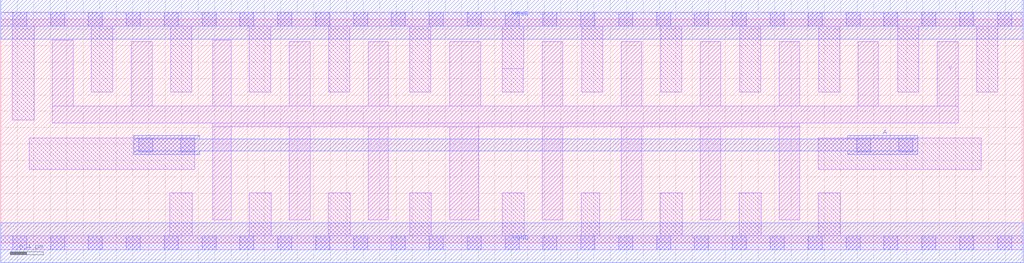
<source format=lef>
# Copyright 2020 The SkyWater PDK Authors
#
# Licensed under the Apache License, Version 2.0 (the "License");
# you may not use this file except in compliance with the License.
# You may obtain a copy of the License at
#
#     https://www.apache.org/licenses/LICENSE-2.0
#
# Unless required by applicable law or agreed to in writing, software
# distributed under the License is distributed on an "AS IS" BASIS,
# WITHOUT WARRANTIES OR CONDITIONS OF ANY KIND, either express or implied.
# See the License for the specific language governing permissions and
# limitations under the License.
#
# SPDX-License-Identifier: Apache-2.0

VERSION 5.7 ;
  NOWIREEXTENSIONATPIN ON ;
  DIVIDERCHAR "/" ;
  BUSBITCHARS "[]" ;
UNITS
  DATABASE MICRONS 200 ;
END UNITS
PROPERTYDEFINITIONS
  MACRO maskLayoutSubType STRING ;
  MACRO prCellType STRING ;
  MACRO originalViewName STRING ;
END PROPERTYDEFINITIONS
MACRO sky130_fd_sc_hdll__clkinv_16
  CLASS CORE ;
  FOREIGN sky130_fd_sc_hdll__clkinv_16 ;
  ORIGIN  0.000000  0.000000 ;
  SIZE  12.42000 BY  2.720000 ;
  SYMMETRY X Y R90 ;
  SITE unithd ;
  PIN A
    ANTENNAGATEAREA  5.328000 ;
    DIRECTION INPUT ;
    USE SIGNAL ;
    PORT
      LAYER met1 ;
        RECT  1.615000 1.075000  2.415000 1.120000 ;
        RECT  1.615000 1.120000 11.135000 1.260000 ;
        RECT  1.615000 1.260000  2.415000 1.305000 ;
        RECT 10.285000 1.075000 11.135000 1.120000 ;
        RECT 10.285000 1.260000 11.135000 1.305000 ;
    END
  END A
  PIN Y
    ANTENNADIFFAREA  4.928900 ;
    DIRECTION OUTPUT ;
    USE SIGNAL ;
    PORT
      LAYER li1 ;
        RECT  0.625000 1.455000 11.630000 1.665000 ;
        RECT  0.625000 1.665000  0.880000 2.465000 ;
        RECT  1.585000 1.665000  1.840000 2.450000 ;
        RECT  2.575000 0.280000  2.800000 1.415000 ;
        RECT  2.575000 1.415000  9.705000 1.455000 ;
        RECT  2.575000 1.665000  2.800000 2.465000 ;
        RECT  3.505000 0.280000  3.760000 1.415000 ;
        RECT  3.505000 1.665000  3.760000 2.450000 ;
        RECT  4.465000 0.280000  4.705000 1.415000 ;
        RECT  4.465000 1.665000  4.705000 2.450000 ;
        RECT  5.455000 0.280000  5.805000 1.415000 ;
        RECT  5.455000 1.665000  5.830000 2.450000 ;
        RECT  6.575000 0.280000  6.825000 1.415000 ;
        RECT  6.575000 1.665000  6.825000 2.450000 ;
        RECT  7.535000 0.280000  7.785000 1.415000 ;
        RECT  7.535000 1.665000  7.785000 2.450000 ;
        RECT  8.495000 0.280000  8.745000 1.415000 ;
        RECT  8.495000 1.665000  8.745000 2.450000 ;
        RECT  9.455000 0.280000  9.705000 1.415000 ;
        RECT  9.455000 1.665000  9.705000 2.450000 ;
        RECT 10.415000 1.665000 10.655000 2.450000 ;
        RECT 11.375000 1.665000 11.630000 2.450000 ;
    END
  END Y
  PIN VGND
    DIRECTION INOUT ;
    USE GROUND ;
    PORT
      LAYER met1 ;
        RECT 0.000000 -0.240000 12.420000 0.240000 ;
    END
  END VGND
  PIN VPWR
    DIRECTION INOUT ;
    USE POWER ;
    PORT
      LAYER met1 ;
        RECT 0.000000 2.480000 12.420000 2.960000 ;
    END
  END VPWR
  OBS
    LAYER li1 ;
      RECT  0.000000 -0.085000 12.420000 0.085000 ;
      RECT  0.000000  2.635000 12.420000 2.805000 ;
      RECT  0.140000  1.495000  0.405000 2.635000 ;
      RECT  0.345000  0.895000  2.355000 1.275000 ;
      RECT  1.100000  1.835000  1.360000 2.635000 ;
      RECT  2.055000  0.085000  2.325000 0.610000 ;
      RECT  2.065000  1.835000  2.320000 2.635000 ;
      RECT  3.020000  0.085000  3.285000 0.610000 ;
      RECT  3.020000  1.835000  3.280000 2.635000 ;
      RECT  3.980000  0.085000  4.245000 0.610000 ;
      RECT  3.985000  1.835000  4.240000 2.635000 ;
      RECT  4.965000  0.085000  5.230000 0.610000 ;
      RECT  4.965000  1.835000  5.220000 2.635000 ;
      RECT  6.090000  0.085000  6.355000 0.610000 ;
      RECT  6.090000  1.835000  6.345000 2.120000 ;
      RECT  6.090000  2.120000  6.350000 2.635000 ;
      RECT  7.050000  0.085000  7.275000 0.610000 ;
      RECT  7.055000  1.835000  7.310000 2.635000 ;
      RECT  8.010000  0.085000  8.275000 0.610000 ;
      RECT  8.015000  1.835000  8.270000 2.635000 ;
      RECT  8.970000  0.085000  9.235000 0.610000 ;
      RECT  8.975000  1.835000  9.230000 2.635000 ;
      RECT  9.930000  0.085000 10.195000 0.610000 ;
      RECT  9.930000  0.895000 11.910000 1.275000 ;
      RECT  9.935000  1.835000 10.190000 2.635000 ;
      RECT 10.895000  1.835000 11.150000 2.635000 ;
      RECT 11.850000  1.835000 12.110000 2.635000 ;
    LAYER mcon ;
      RECT  0.145000 -0.085000  0.315000 0.085000 ;
      RECT  0.145000  2.635000  0.315000 2.805000 ;
      RECT  0.605000 -0.085000  0.775000 0.085000 ;
      RECT  0.605000  2.635000  0.775000 2.805000 ;
      RECT  1.065000 -0.085000  1.235000 0.085000 ;
      RECT  1.065000  2.635000  1.235000 2.805000 ;
      RECT  1.525000 -0.085000  1.695000 0.085000 ;
      RECT  1.525000  2.635000  1.695000 2.805000 ;
      RECT  1.675000  1.105000  1.845000 1.275000 ;
      RECT  1.985000 -0.085000  2.155000 0.085000 ;
      RECT  1.985000  2.635000  2.155000 2.805000 ;
      RECT  2.185000  1.105000  2.355000 1.275000 ;
      RECT  2.445000 -0.085000  2.615000 0.085000 ;
      RECT  2.445000  2.635000  2.615000 2.805000 ;
      RECT  2.905000 -0.085000  3.075000 0.085000 ;
      RECT  2.905000  2.635000  3.075000 2.805000 ;
      RECT  3.365000 -0.085000  3.535000 0.085000 ;
      RECT  3.365000  2.635000  3.535000 2.805000 ;
      RECT  3.825000 -0.085000  3.995000 0.085000 ;
      RECT  3.825000  2.635000  3.995000 2.805000 ;
      RECT  4.285000 -0.085000  4.455000 0.085000 ;
      RECT  4.285000  2.635000  4.455000 2.805000 ;
      RECT  4.745000 -0.085000  4.915000 0.085000 ;
      RECT  4.745000  2.635000  4.915000 2.805000 ;
      RECT  5.205000 -0.085000  5.375000 0.085000 ;
      RECT  5.205000  2.635000  5.375000 2.805000 ;
      RECT  5.665000 -0.085000  5.835000 0.085000 ;
      RECT  5.665000  2.635000  5.835000 2.805000 ;
      RECT  6.125000 -0.085000  6.295000 0.085000 ;
      RECT  6.125000  2.635000  6.295000 2.805000 ;
      RECT  6.585000 -0.085000  6.755000 0.085000 ;
      RECT  6.585000  2.635000  6.755000 2.805000 ;
      RECT  7.045000 -0.085000  7.215000 0.085000 ;
      RECT  7.045000  2.635000  7.215000 2.805000 ;
      RECT  7.505000 -0.085000  7.675000 0.085000 ;
      RECT  7.505000  2.635000  7.675000 2.805000 ;
      RECT  7.965000 -0.085000  8.135000 0.085000 ;
      RECT  7.965000  2.635000  8.135000 2.805000 ;
      RECT  8.425000 -0.085000  8.595000 0.085000 ;
      RECT  8.425000  2.635000  8.595000 2.805000 ;
      RECT  8.885000 -0.085000  9.055000 0.085000 ;
      RECT  8.885000  2.635000  9.055000 2.805000 ;
      RECT  9.345000 -0.085000  9.515000 0.085000 ;
      RECT  9.345000  2.635000  9.515000 2.805000 ;
      RECT  9.805000 -0.085000  9.975000 0.085000 ;
      RECT  9.805000  2.635000  9.975000 2.805000 ;
      RECT 10.265000 -0.085000 10.435000 0.085000 ;
      RECT 10.265000  2.635000 10.435000 2.805000 ;
      RECT 10.395000  1.105000 10.565000 1.275000 ;
      RECT 10.725000 -0.085000 10.895000 0.085000 ;
      RECT 10.725000  2.635000 10.895000 2.805000 ;
      RECT 10.905000  1.105000 11.075000 1.275000 ;
      RECT 11.185000 -0.085000 11.355000 0.085000 ;
      RECT 11.185000  2.635000 11.355000 2.805000 ;
      RECT 11.645000 -0.085000 11.815000 0.085000 ;
      RECT 11.645000  2.635000 11.815000 2.805000 ;
      RECT 12.105000 -0.085000 12.275000 0.085000 ;
      RECT 12.105000  2.635000 12.275000 2.805000 ;
  END
  PROPERTY maskLayoutSubType "abstract" ;
  PROPERTY prCellType "standard" ;
  PROPERTY originalViewName "layout" ;
END sky130_fd_sc_hdll__clkinv_16
END LIBRARY

</source>
